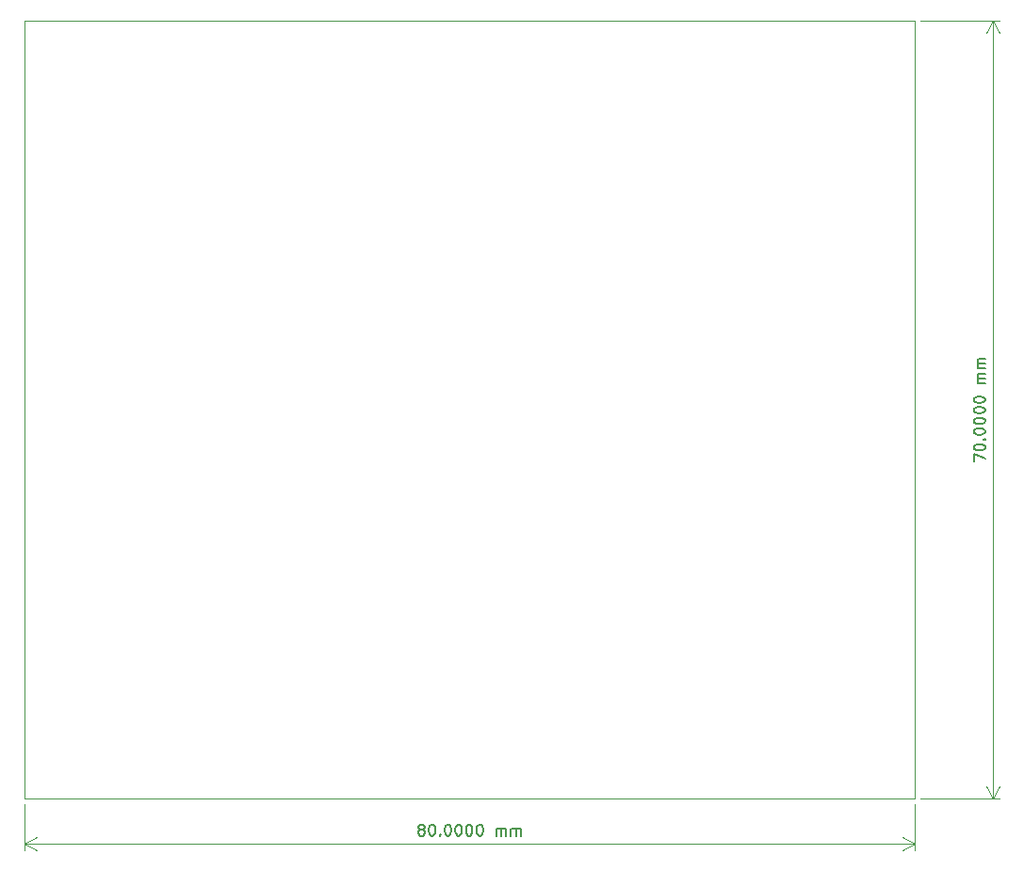
<source format=gbr>
%TF.GenerationSoftware,KiCad,Pcbnew,8.0.7-8.0.7-0~ubuntu24.04.1*%
%TF.CreationDate,2025-01-06T19:00:17+09:00*%
%TF.ProjectId,TutorialBoard2025,5475746f-7269-4616-9c42-6f6172643230,rev?*%
%TF.SameCoordinates,Original*%
%TF.FileFunction,Profile,NP*%
%FSLAX46Y46*%
G04 Gerber Fmt 4.6, Leading zero omitted, Abs format (unit mm)*
G04 Created by KiCad (PCBNEW 8.0.7-8.0.7-0~ubuntu24.04.1) date 2025-01-06 19:00:17*
%MOMM*%
%LPD*%
G01*
G04 APERTURE LIST*
%ADD10C,0.150000*%
%TA.AperFunction,Profile*%
%ADD11C,0.050000*%
%TD*%
G04 APERTURE END LIST*
D10*
X145304819Y-59666665D02*
X145304819Y-58999999D01*
X145304819Y-58999999D02*
X146304819Y-59428570D01*
X145304819Y-58428570D02*
X145304819Y-58333332D01*
X145304819Y-58333332D02*
X145352438Y-58238094D01*
X145352438Y-58238094D02*
X145400057Y-58190475D01*
X145400057Y-58190475D02*
X145495295Y-58142856D01*
X145495295Y-58142856D02*
X145685771Y-58095237D01*
X145685771Y-58095237D02*
X145923866Y-58095237D01*
X145923866Y-58095237D02*
X146114342Y-58142856D01*
X146114342Y-58142856D02*
X146209580Y-58190475D01*
X146209580Y-58190475D02*
X146257200Y-58238094D01*
X146257200Y-58238094D02*
X146304819Y-58333332D01*
X146304819Y-58333332D02*
X146304819Y-58428570D01*
X146304819Y-58428570D02*
X146257200Y-58523808D01*
X146257200Y-58523808D02*
X146209580Y-58571427D01*
X146209580Y-58571427D02*
X146114342Y-58619046D01*
X146114342Y-58619046D02*
X145923866Y-58666665D01*
X145923866Y-58666665D02*
X145685771Y-58666665D01*
X145685771Y-58666665D02*
X145495295Y-58619046D01*
X145495295Y-58619046D02*
X145400057Y-58571427D01*
X145400057Y-58571427D02*
X145352438Y-58523808D01*
X145352438Y-58523808D02*
X145304819Y-58428570D01*
X146209580Y-57666665D02*
X146257200Y-57619046D01*
X146257200Y-57619046D02*
X146304819Y-57666665D01*
X146304819Y-57666665D02*
X146257200Y-57714284D01*
X146257200Y-57714284D02*
X146209580Y-57666665D01*
X146209580Y-57666665D02*
X146304819Y-57666665D01*
X145304819Y-56999999D02*
X145304819Y-56904761D01*
X145304819Y-56904761D02*
X145352438Y-56809523D01*
X145352438Y-56809523D02*
X145400057Y-56761904D01*
X145400057Y-56761904D02*
X145495295Y-56714285D01*
X145495295Y-56714285D02*
X145685771Y-56666666D01*
X145685771Y-56666666D02*
X145923866Y-56666666D01*
X145923866Y-56666666D02*
X146114342Y-56714285D01*
X146114342Y-56714285D02*
X146209580Y-56761904D01*
X146209580Y-56761904D02*
X146257200Y-56809523D01*
X146257200Y-56809523D02*
X146304819Y-56904761D01*
X146304819Y-56904761D02*
X146304819Y-56999999D01*
X146304819Y-56999999D02*
X146257200Y-57095237D01*
X146257200Y-57095237D02*
X146209580Y-57142856D01*
X146209580Y-57142856D02*
X146114342Y-57190475D01*
X146114342Y-57190475D02*
X145923866Y-57238094D01*
X145923866Y-57238094D02*
X145685771Y-57238094D01*
X145685771Y-57238094D02*
X145495295Y-57190475D01*
X145495295Y-57190475D02*
X145400057Y-57142856D01*
X145400057Y-57142856D02*
X145352438Y-57095237D01*
X145352438Y-57095237D02*
X145304819Y-56999999D01*
X145304819Y-56047618D02*
X145304819Y-55952380D01*
X145304819Y-55952380D02*
X145352438Y-55857142D01*
X145352438Y-55857142D02*
X145400057Y-55809523D01*
X145400057Y-55809523D02*
X145495295Y-55761904D01*
X145495295Y-55761904D02*
X145685771Y-55714285D01*
X145685771Y-55714285D02*
X145923866Y-55714285D01*
X145923866Y-55714285D02*
X146114342Y-55761904D01*
X146114342Y-55761904D02*
X146209580Y-55809523D01*
X146209580Y-55809523D02*
X146257200Y-55857142D01*
X146257200Y-55857142D02*
X146304819Y-55952380D01*
X146304819Y-55952380D02*
X146304819Y-56047618D01*
X146304819Y-56047618D02*
X146257200Y-56142856D01*
X146257200Y-56142856D02*
X146209580Y-56190475D01*
X146209580Y-56190475D02*
X146114342Y-56238094D01*
X146114342Y-56238094D02*
X145923866Y-56285713D01*
X145923866Y-56285713D02*
X145685771Y-56285713D01*
X145685771Y-56285713D02*
X145495295Y-56238094D01*
X145495295Y-56238094D02*
X145400057Y-56190475D01*
X145400057Y-56190475D02*
X145352438Y-56142856D01*
X145352438Y-56142856D02*
X145304819Y-56047618D01*
X145304819Y-55095237D02*
X145304819Y-54999999D01*
X145304819Y-54999999D02*
X145352438Y-54904761D01*
X145352438Y-54904761D02*
X145400057Y-54857142D01*
X145400057Y-54857142D02*
X145495295Y-54809523D01*
X145495295Y-54809523D02*
X145685771Y-54761904D01*
X145685771Y-54761904D02*
X145923866Y-54761904D01*
X145923866Y-54761904D02*
X146114342Y-54809523D01*
X146114342Y-54809523D02*
X146209580Y-54857142D01*
X146209580Y-54857142D02*
X146257200Y-54904761D01*
X146257200Y-54904761D02*
X146304819Y-54999999D01*
X146304819Y-54999999D02*
X146304819Y-55095237D01*
X146304819Y-55095237D02*
X146257200Y-55190475D01*
X146257200Y-55190475D02*
X146209580Y-55238094D01*
X146209580Y-55238094D02*
X146114342Y-55285713D01*
X146114342Y-55285713D02*
X145923866Y-55333332D01*
X145923866Y-55333332D02*
X145685771Y-55333332D01*
X145685771Y-55333332D02*
X145495295Y-55285713D01*
X145495295Y-55285713D02*
X145400057Y-55238094D01*
X145400057Y-55238094D02*
X145352438Y-55190475D01*
X145352438Y-55190475D02*
X145304819Y-55095237D01*
X145304819Y-54142856D02*
X145304819Y-54047618D01*
X145304819Y-54047618D02*
X145352438Y-53952380D01*
X145352438Y-53952380D02*
X145400057Y-53904761D01*
X145400057Y-53904761D02*
X145495295Y-53857142D01*
X145495295Y-53857142D02*
X145685771Y-53809523D01*
X145685771Y-53809523D02*
X145923866Y-53809523D01*
X145923866Y-53809523D02*
X146114342Y-53857142D01*
X146114342Y-53857142D02*
X146209580Y-53904761D01*
X146209580Y-53904761D02*
X146257200Y-53952380D01*
X146257200Y-53952380D02*
X146304819Y-54047618D01*
X146304819Y-54047618D02*
X146304819Y-54142856D01*
X146304819Y-54142856D02*
X146257200Y-54238094D01*
X146257200Y-54238094D02*
X146209580Y-54285713D01*
X146209580Y-54285713D02*
X146114342Y-54333332D01*
X146114342Y-54333332D02*
X145923866Y-54380951D01*
X145923866Y-54380951D02*
X145685771Y-54380951D01*
X145685771Y-54380951D02*
X145495295Y-54333332D01*
X145495295Y-54333332D02*
X145400057Y-54285713D01*
X145400057Y-54285713D02*
X145352438Y-54238094D01*
X145352438Y-54238094D02*
X145304819Y-54142856D01*
X146304819Y-52619046D02*
X145638152Y-52619046D01*
X145733390Y-52619046D02*
X145685771Y-52571427D01*
X145685771Y-52571427D02*
X145638152Y-52476189D01*
X145638152Y-52476189D02*
X145638152Y-52333332D01*
X145638152Y-52333332D02*
X145685771Y-52238094D01*
X145685771Y-52238094D02*
X145781009Y-52190475D01*
X145781009Y-52190475D02*
X146304819Y-52190475D01*
X145781009Y-52190475D02*
X145685771Y-52142856D01*
X145685771Y-52142856D02*
X145638152Y-52047618D01*
X145638152Y-52047618D02*
X145638152Y-51904761D01*
X145638152Y-51904761D02*
X145685771Y-51809522D01*
X145685771Y-51809522D02*
X145781009Y-51761903D01*
X145781009Y-51761903D02*
X146304819Y-51761903D01*
X146304819Y-51285713D02*
X145638152Y-51285713D01*
X145733390Y-51285713D02*
X145685771Y-51238094D01*
X145685771Y-51238094D02*
X145638152Y-51142856D01*
X145638152Y-51142856D02*
X145638152Y-50999999D01*
X145638152Y-50999999D02*
X145685771Y-50904761D01*
X145685771Y-50904761D02*
X145781009Y-50857142D01*
X145781009Y-50857142D02*
X146304819Y-50857142D01*
X145781009Y-50857142D02*
X145685771Y-50809523D01*
X145685771Y-50809523D02*
X145638152Y-50714285D01*
X145638152Y-50714285D02*
X145638152Y-50571428D01*
X145638152Y-50571428D02*
X145685771Y-50476189D01*
X145685771Y-50476189D02*
X145781009Y-50428570D01*
X145781009Y-50428570D02*
X146304819Y-50428570D01*
D11*
X140500000Y-90000000D02*
X147586420Y-90000000D01*
X140500000Y-20000000D02*
X147586420Y-20000000D01*
X147000000Y-90000000D02*
X147000000Y-20000000D01*
X147000000Y-90000000D02*
X147000000Y-20000000D01*
X147000000Y-90000000D02*
X146413579Y-88873496D01*
X147000000Y-90000000D02*
X147586421Y-88873496D01*
X147000000Y-20000000D02*
X147586421Y-21126504D01*
X147000000Y-20000000D02*
X146413579Y-21126504D01*
D10*
X95571429Y-92733390D02*
X95476191Y-92685771D01*
X95476191Y-92685771D02*
X95428572Y-92638152D01*
X95428572Y-92638152D02*
X95380953Y-92542914D01*
X95380953Y-92542914D02*
X95380953Y-92495295D01*
X95380953Y-92495295D02*
X95428572Y-92400057D01*
X95428572Y-92400057D02*
X95476191Y-92352438D01*
X95476191Y-92352438D02*
X95571429Y-92304819D01*
X95571429Y-92304819D02*
X95761905Y-92304819D01*
X95761905Y-92304819D02*
X95857143Y-92352438D01*
X95857143Y-92352438D02*
X95904762Y-92400057D01*
X95904762Y-92400057D02*
X95952381Y-92495295D01*
X95952381Y-92495295D02*
X95952381Y-92542914D01*
X95952381Y-92542914D02*
X95904762Y-92638152D01*
X95904762Y-92638152D02*
X95857143Y-92685771D01*
X95857143Y-92685771D02*
X95761905Y-92733390D01*
X95761905Y-92733390D02*
X95571429Y-92733390D01*
X95571429Y-92733390D02*
X95476191Y-92781009D01*
X95476191Y-92781009D02*
X95428572Y-92828628D01*
X95428572Y-92828628D02*
X95380953Y-92923866D01*
X95380953Y-92923866D02*
X95380953Y-93114342D01*
X95380953Y-93114342D02*
X95428572Y-93209580D01*
X95428572Y-93209580D02*
X95476191Y-93257200D01*
X95476191Y-93257200D02*
X95571429Y-93304819D01*
X95571429Y-93304819D02*
X95761905Y-93304819D01*
X95761905Y-93304819D02*
X95857143Y-93257200D01*
X95857143Y-93257200D02*
X95904762Y-93209580D01*
X95904762Y-93209580D02*
X95952381Y-93114342D01*
X95952381Y-93114342D02*
X95952381Y-92923866D01*
X95952381Y-92923866D02*
X95904762Y-92828628D01*
X95904762Y-92828628D02*
X95857143Y-92781009D01*
X95857143Y-92781009D02*
X95761905Y-92733390D01*
X96571429Y-92304819D02*
X96666667Y-92304819D01*
X96666667Y-92304819D02*
X96761905Y-92352438D01*
X96761905Y-92352438D02*
X96809524Y-92400057D01*
X96809524Y-92400057D02*
X96857143Y-92495295D01*
X96857143Y-92495295D02*
X96904762Y-92685771D01*
X96904762Y-92685771D02*
X96904762Y-92923866D01*
X96904762Y-92923866D02*
X96857143Y-93114342D01*
X96857143Y-93114342D02*
X96809524Y-93209580D01*
X96809524Y-93209580D02*
X96761905Y-93257200D01*
X96761905Y-93257200D02*
X96666667Y-93304819D01*
X96666667Y-93304819D02*
X96571429Y-93304819D01*
X96571429Y-93304819D02*
X96476191Y-93257200D01*
X96476191Y-93257200D02*
X96428572Y-93209580D01*
X96428572Y-93209580D02*
X96380953Y-93114342D01*
X96380953Y-93114342D02*
X96333334Y-92923866D01*
X96333334Y-92923866D02*
X96333334Y-92685771D01*
X96333334Y-92685771D02*
X96380953Y-92495295D01*
X96380953Y-92495295D02*
X96428572Y-92400057D01*
X96428572Y-92400057D02*
X96476191Y-92352438D01*
X96476191Y-92352438D02*
X96571429Y-92304819D01*
X97333334Y-93209580D02*
X97380953Y-93257200D01*
X97380953Y-93257200D02*
X97333334Y-93304819D01*
X97333334Y-93304819D02*
X97285715Y-93257200D01*
X97285715Y-93257200D02*
X97333334Y-93209580D01*
X97333334Y-93209580D02*
X97333334Y-93304819D01*
X98000000Y-92304819D02*
X98095238Y-92304819D01*
X98095238Y-92304819D02*
X98190476Y-92352438D01*
X98190476Y-92352438D02*
X98238095Y-92400057D01*
X98238095Y-92400057D02*
X98285714Y-92495295D01*
X98285714Y-92495295D02*
X98333333Y-92685771D01*
X98333333Y-92685771D02*
X98333333Y-92923866D01*
X98333333Y-92923866D02*
X98285714Y-93114342D01*
X98285714Y-93114342D02*
X98238095Y-93209580D01*
X98238095Y-93209580D02*
X98190476Y-93257200D01*
X98190476Y-93257200D02*
X98095238Y-93304819D01*
X98095238Y-93304819D02*
X98000000Y-93304819D01*
X98000000Y-93304819D02*
X97904762Y-93257200D01*
X97904762Y-93257200D02*
X97857143Y-93209580D01*
X97857143Y-93209580D02*
X97809524Y-93114342D01*
X97809524Y-93114342D02*
X97761905Y-92923866D01*
X97761905Y-92923866D02*
X97761905Y-92685771D01*
X97761905Y-92685771D02*
X97809524Y-92495295D01*
X97809524Y-92495295D02*
X97857143Y-92400057D01*
X97857143Y-92400057D02*
X97904762Y-92352438D01*
X97904762Y-92352438D02*
X98000000Y-92304819D01*
X98952381Y-92304819D02*
X99047619Y-92304819D01*
X99047619Y-92304819D02*
X99142857Y-92352438D01*
X99142857Y-92352438D02*
X99190476Y-92400057D01*
X99190476Y-92400057D02*
X99238095Y-92495295D01*
X99238095Y-92495295D02*
X99285714Y-92685771D01*
X99285714Y-92685771D02*
X99285714Y-92923866D01*
X99285714Y-92923866D02*
X99238095Y-93114342D01*
X99238095Y-93114342D02*
X99190476Y-93209580D01*
X99190476Y-93209580D02*
X99142857Y-93257200D01*
X99142857Y-93257200D02*
X99047619Y-93304819D01*
X99047619Y-93304819D02*
X98952381Y-93304819D01*
X98952381Y-93304819D02*
X98857143Y-93257200D01*
X98857143Y-93257200D02*
X98809524Y-93209580D01*
X98809524Y-93209580D02*
X98761905Y-93114342D01*
X98761905Y-93114342D02*
X98714286Y-92923866D01*
X98714286Y-92923866D02*
X98714286Y-92685771D01*
X98714286Y-92685771D02*
X98761905Y-92495295D01*
X98761905Y-92495295D02*
X98809524Y-92400057D01*
X98809524Y-92400057D02*
X98857143Y-92352438D01*
X98857143Y-92352438D02*
X98952381Y-92304819D01*
X99904762Y-92304819D02*
X100000000Y-92304819D01*
X100000000Y-92304819D02*
X100095238Y-92352438D01*
X100095238Y-92352438D02*
X100142857Y-92400057D01*
X100142857Y-92400057D02*
X100190476Y-92495295D01*
X100190476Y-92495295D02*
X100238095Y-92685771D01*
X100238095Y-92685771D02*
X100238095Y-92923866D01*
X100238095Y-92923866D02*
X100190476Y-93114342D01*
X100190476Y-93114342D02*
X100142857Y-93209580D01*
X100142857Y-93209580D02*
X100095238Y-93257200D01*
X100095238Y-93257200D02*
X100000000Y-93304819D01*
X100000000Y-93304819D02*
X99904762Y-93304819D01*
X99904762Y-93304819D02*
X99809524Y-93257200D01*
X99809524Y-93257200D02*
X99761905Y-93209580D01*
X99761905Y-93209580D02*
X99714286Y-93114342D01*
X99714286Y-93114342D02*
X99666667Y-92923866D01*
X99666667Y-92923866D02*
X99666667Y-92685771D01*
X99666667Y-92685771D02*
X99714286Y-92495295D01*
X99714286Y-92495295D02*
X99761905Y-92400057D01*
X99761905Y-92400057D02*
X99809524Y-92352438D01*
X99809524Y-92352438D02*
X99904762Y-92304819D01*
X100857143Y-92304819D02*
X100952381Y-92304819D01*
X100952381Y-92304819D02*
X101047619Y-92352438D01*
X101047619Y-92352438D02*
X101095238Y-92400057D01*
X101095238Y-92400057D02*
X101142857Y-92495295D01*
X101142857Y-92495295D02*
X101190476Y-92685771D01*
X101190476Y-92685771D02*
X101190476Y-92923866D01*
X101190476Y-92923866D02*
X101142857Y-93114342D01*
X101142857Y-93114342D02*
X101095238Y-93209580D01*
X101095238Y-93209580D02*
X101047619Y-93257200D01*
X101047619Y-93257200D02*
X100952381Y-93304819D01*
X100952381Y-93304819D02*
X100857143Y-93304819D01*
X100857143Y-93304819D02*
X100761905Y-93257200D01*
X100761905Y-93257200D02*
X100714286Y-93209580D01*
X100714286Y-93209580D02*
X100666667Y-93114342D01*
X100666667Y-93114342D02*
X100619048Y-92923866D01*
X100619048Y-92923866D02*
X100619048Y-92685771D01*
X100619048Y-92685771D02*
X100666667Y-92495295D01*
X100666667Y-92495295D02*
X100714286Y-92400057D01*
X100714286Y-92400057D02*
X100761905Y-92352438D01*
X100761905Y-92352438D02*
X100857143Y-92304819D01*
X102380953Y-93304819D02*
X102380953Y-92638152D01*
X102380953Y-92733390D02*
X102428572Y-92685771D01*
X102428572Y-92685771D02*
X102523810Y-92638152D01*
X102523810Y-92638152D02*
X102666667Y-92638152D01*
X102666667Y-92638152D02*
X102761905Y-92685771D01*
X102761905Y-92685771D02*
X102809524Y-92781009D01*
X102809524Y-92781009D02*
X102809524Y-93304819D01*
X102809524Y-92781009D02*
X102857143Y-92685771D01*
X102857143Y-92685771D02*
X102952381Y-92638152D01*
X102952381Y-92638152D02*
X103095238Y-92638152D01*
X103095238Y-92638152D02*
X103190477Y-92685771D01*
X103190477Y-92685771D02*
X103238096Y-92781009D01*
X103238096Y-92781009D02*
X103238096Y-93304819D01*
X103714286Y-93304819D02*
X103714286Y-92638152D01*
X103714286Y-92733390D02*
X103761905Y-92685771D01*
X103761905Y-92685771D02*
X103857143Y-92638152D01*
X103857143Y-92638152D02*
X104000000Y-92638152D01*
X104000000Y-92638152D02*
X104095238Y-92685771D01*
X104095238Y-92685771D02*
X104142857Y-92781009D01*
X104142857Y-92781009D02*
X104142857Y-93304819D01*
X104142857Y-92781009D02*
X104190476Y-92685771D01*
X104190476Y-92685771D02*
X104285714Y-92638152D01*
X104285714Y-92638152D02*
X104428571Y-92638152D01*
X104428571Y-92638152D02*
X104523810Y-92685771D01*
X104523810Y-92685771D02*
X104571429Y-92781009D01*
X104571429Y-92781009D02*
X104571429Y-93304819D01*
D11*
X60000000Y-90500000D02*
X60000000Y-94586420D01*
X140000000Y-90500000D02*
X140000000Y-94586420D01*
X60000000Y-94000000D02*
X140000000Y-94000000D01*
X60000000Y-94000000D02*
X140000000Y-94000000D01*
X60000000Y-94000000D02*
X61126504Y-93413579D01*
X60000000Y-94000000D02*
X61126504Y-94586421D01*
X140000000Y-94000000D02*
X138873496Y-94586421D01*
X140000000Y-94000000D02*
X138873496Y-93413579D01*
X60000000Y-20000000D02*
X140000000Y-20000000D01*
X140000000Y-90000000D01*
X60000000Y-90000000D01*
X60000000Y-20000000D01*
M02*

</source>
